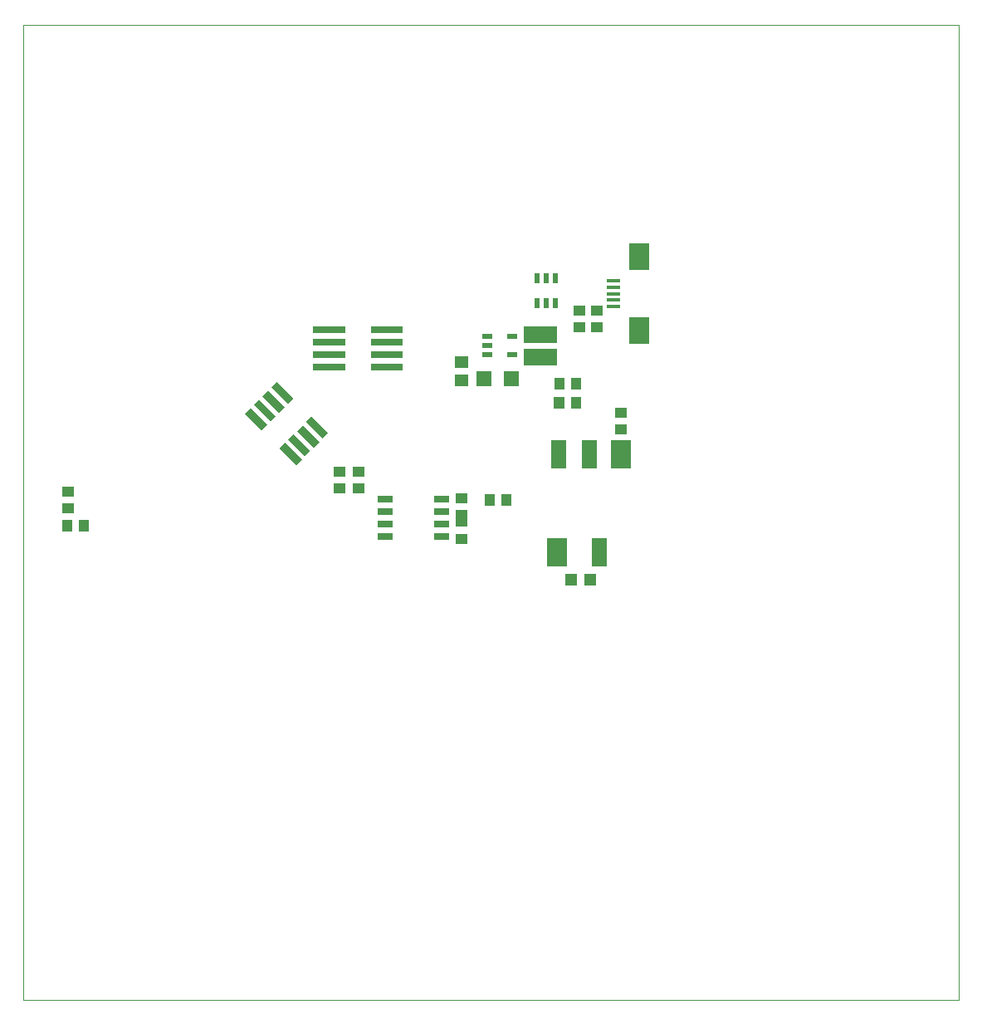
<source format=gbr>
%FSLAX34Y34*%
%MOMM*%
%LNSMDMASK_BOTTOM*%
G71*
G01*
%ADD10C, 0.002*%
%ADD11R, 0.990X0.600*%
%ADD12R, 3.500X1.700*%
%ADD13R, 1.600X1.600*%
%ADD14R, 1.400X1.300*%
%ADD15R, 1.600X0.670*%
%ADD16R, 1.200X1.100*%
%ADD17R, 1.100X1.200*%
%ADD18R, 1.350X0.400*%
%ADD19R, 2.000X2.750*%
%ADD20R, 2.400X0.800*%
%ADD21R, 3.300X0.800*%
%ADD22R, 2.300X0.800*%
%ADD23R, 0.600X0.990*%
%ADD24R, 1.500X3.000*%
%ADD25R, 2.000X3.000*%
%ADD26R, 1.200X1.300*%
%LPD*%
G54D10*
X0Y1000000D02*
X954000Y1000000D01*
X954000Y6000D01*
X0Y6000D01*
X0Y1000000D01*
X472846Y663380D02*
G54D11*
D03*
X472849Y672785D02*
G54D11*
D03*
X472846Y682380D02*
G54D11*
D03*
X498746Y682380D02*
G54D11*
D03*
X498746Y663380D02*
G54D11*
D03*
X526918Y660912D02*
G54D12*
D03*
X526918Y683912D02*
G54D12*
D03*
X497986Y638583D02*
G54D13*
D03*
X469986Y638583D02*
G54D13*
D03*
X447073Y637075D02*
G54D14*
D03*
X447075Y656080D02*
G54D14*
D03*
X426303Y516423D02*
G54D15*
D03*
X426302Y503723D02*
G54D15*
D03*
X426303Y491022D02*
G54D15*
D03*
X426302Y478322D02*
G54D15*
D03*
X369303Y478322D02*
G54D15*
D03*
X369303Y491022D02*
G54D15*
D03*
X369303Y503722D02*
G54D15*
D03*
X369303Y516422D02*
G54D15*
D03*
X446771Y493007D02*
G54D16*
D03*
X446771Y476007D02*
G54D16*
D03*
X446771Y517151D02*
G54D16*
D03*
X446770Y500151D02*
G54D16*
D03*
X475890Y515700D02*
G54D17*
D03*
X492890Y515700D02*
G54D17*
D03*
G36*
X225943Y603374D02*
X231600Y609031D01*
X248569Y592059D01*
X242912Y586402D01*
X225943Y603374D01*
G37*
G36*
X234923Y612354D02*
X240580Y618011D01*
X257549Y601040D01*
X251892Y595383D01*
X234923Y612354D01*
G37*
G36*
X243903Y621335D02*
X249560Y626992D01*
X266529Y610019D01*
X260872Y604363D01*
X243903Y621335D01*
G37*
G36*
X252883Y630314D02*
X258539Y635971D01*
X275510Y619001D01*
X269854Y613344D01*
X252883Y630314D01*
G37*
G36*
X288238Y594959D02*
X293895Y600616D01*
X310865Y583645D01*
X305209Y577988D01*
X288238Y594959D01*
G37*
G36*
X279258Y585978D02*
X284914Y591635D01*
X301886Y574666D01*
X296229Y569008D01*
X279258Y585978D01*
G37*
G36*
X270278Y576998D02*
X275934Y582655D01*
X292905Y565685D01*
X287249Y560028D01*
X270278Y576998D01*
G37*
G36*
X261298Y568018D02*
X266955Y573675D01*
X283925Y556704D01*
X278268Y551047D01*
X261298Y568018D01*
G37*
X44673Y489012D02*
G54D17*
D03*
X61675Y489008D02*
G54D17*
D03*
X601986Y738588D02*
G54D18*
D03*
X601986Y732088D02*
G54D18*
D03*
X601986Y725588D02*
G54D18*
D03*
X601986Y719088D02*
G54D18*
D03*
X601986Y712588D02*
G54D18*
D03*
X628339Y688088D02*
G54D19*
D03*
X628339Y763088D02*
G54D19*
D03*
X584909Y691572D02*
G54D16*
D03*
X584909Y708572D02*
G54D16*
D03*
X567050Y691572D02*
G54D16*
D03*
X567050Y708572D02*
G54D16*
D03*
X45240Y524071D02*
G54D16*
D03*
X45237Y507069D02*
G54D16*
D03*
X366218Y688888D02*
G54D20*
D03*
X366218Y676188D02*
G54D20*
D03*
X366218Y663488D02*
G54D20*
D03*
X366218Y650788D02*
G54D20*
D03*
X316218Y650788D02*
G54D20*
D03*
X316218Y663488D02*
G54D20*
D03*
X316218Y676188D02*
G54D20*
D03*
X316218Y688888D02*
G54D20*
D03*
X322093Y527484D02*
G54D16*
D03*
X322096Y544486D02*
G54D16*
D03*
X342093Y527484D02*
G54D16*
D03*
X342096Y544486D02*
G54D16*
D03*
G36*
X541144Y620624D02*
X552144Y620624D01*
X552144Y608624D01*
X541144Y608624D01*
X541144Y620624D01*
G37*
X563644Y614624D02*
G54D17*
D03*
X370980Y688888D02*
G54D21*
D03*
X316218Y688888D02*
G54D22*
D03*
X370980Y676188D02*
G54D21*
D03*
X370980Y663488D02*
G54D21*
D03*
X370980Y650788D02*
G54D21*
D03*
X311455Y650788D02*
G54D21*
D03*
X311455Y663488D02*
G54D21*
D03*
X311455Y676188D02*
G54D21*
D03*
X311456Y688888D02*
G54D21*
D03*
X542952Y741666D02*
G54D23*
D03*
X533547Y741664D02*
G54D23*
D03*
X523952Y741666D02*
G54D23*
D03*
X523952Y715767D02*
G54D23*
D03*
X542952Y715766D02*
G54D23*
D03*
X533548Y715764D02*
G54D23*
D03*
X587561Y461688D02*
G54D24*
D03*
X544355Y461688D02*
G54D25*
D03*
X609561Y561688D02*
G54D25*
D03*
X577561Y561688D02*
G54D24*
D03*
X545545Y561688D02*
G54D24*
D03*
X609561Y587088D02*
G54D16*
D03*
X609561Y604088D02*
G54D16*
D03*
X546644Y633674D02*
G54D17*
D03*
X563644Y633674D02*
G54D17*
D03*
X558512Y434257D02*
G54D26*
D03*
X578354Y434414D02*
G54D26*
D03*
M02*

</source>
